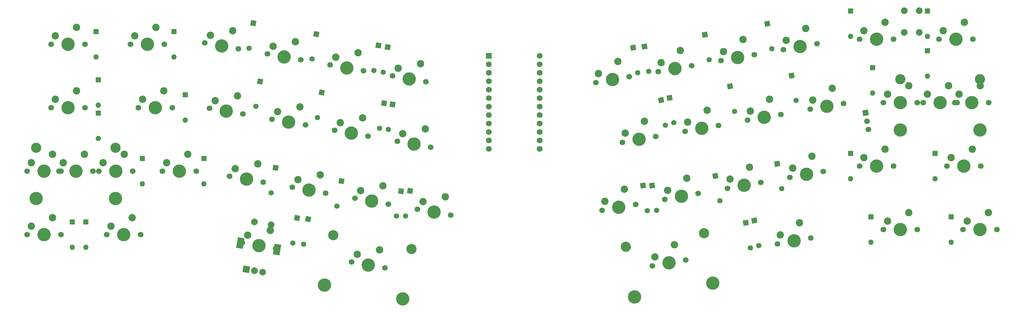
<source format=gbs>
G04 #@! TF.GenerationSoftware,KiCad,Pcbnew,(6.0.7)*
G04 #@! TF.CreationDate,2022-12-13T23:16:33-05:00*
G04 #@! TF.ProjectId,alish40,616c6973-6834-4302-9e6b-696361645f70,rev?*
G04 #@! TF.SameCoordinates,Original*
G04 #@! TF.FileFunction,Soldermask,Bot*
G04 #@! TF.FilePolarity,Negative*
%FSLAX46Y46*%
G04 Gerber Fmt 4.6, Leading zero omitted, Abs format (unit mm)*
G04 Created by KiCad (PCBNEW (6.0.7)) date 2022-12-13 23:16:33*
%MOMM*%
%LPD*%
G01*
G04 APERTURE LIST*
G04 Aperture macros list*
%AMHorizOval*
0 Thick line with rounded ends*
0 $1 width*
0 $2 $3 position (X,Y) of the first rounded end (center of the circle)*
0 $4 $5 position (X,Y) of the second rounded end (center of the circle)*
0 Add line between two ends*
20,1,$1,$2,$3,$4,$5,0*
0 Add two circle primitives to create the rounded ends*
1,1,$1,$2,$3*
1,1,$1,$4,$5*%
%AMRotRect*
0 Rectangle, with rotation*
0 The origin of the aperture is its center*
0 $1 length*
0 $2 width*
0 $3 Rotation angle, in degrees counterclockwise*
0 Add horizontal line*
21,1,$1,$2,0,0,$3*%
G04 Aperture macros list end*
%ADD10C,4.000000*%
%ADD11C,1.700000*%
%ADD12C,2.200000*%
%ADD13R,1.752600X1.752600*%
%ADD14C,1.752600*%
%ADD15C,3.050000*%
%ADD16RotRect,3.200000X2.000000X80.000000*%
%ADD17RotRect,2.000000X2.000000X80.000000*%
%ADD18C,2.000000*%
%ADD19RotRect,1.600000X1.600000X260.000000*%
%ADD20HorizOval,1.600000X0.000000X0.000000X0.000000X0.000000X0*%
%ADD21R,1.600000X1.600000*%
%ADD22O,1.600000X1.600000*%
%ADD23RotRect,1.600000X1.600000X280.000000*%
%ADD24HorizOval,1.600000X0.000000X0.000000X0.000000X0.000000X0*%
%ADD25RotRect,1.700000X1.700000X190.000000*%
%ADD26HorizOval,1.700000X0.000000X0.000000X0.000000X0.000000X0*%
G04 APERTURE END LIST*
D10*
X306589546Y-128320776D03*
D11*
X301586723Y-129202908D03*
X311592369Y-127438643D03*
D12*
X308208825Y-122876886D03*
X302396362Y-126480964D03*
D11*
X292831780Y-130746641D03*
X282826134Y-132510906D03*
D10*
X287828957Y-131628774D03*
D12*
X289448236Y-126184884D03*
X283635773Y-129788962D03*
D11*
X72925231Y-146416596D03*
X83085231Y-146416596D03*
D10*
X78005231Y-146416596D03*
D12*
X80545231Y-141336596D03*
X74195231Y-143876596D03*
D11*
X116422731Y-108316597D03*
X106262731Y-108316597D03*
D10*
X111342731Y-108316597D03*
D12*
X113882731Y-103236597D03*
X107532731Y-105776597D03*
D11*
X183849326Y-118385452D03*
D10*
X188852150Y-119267585D03*
D11*
X193854973Y-120149718D03*
D12*
X192235694Y-114705828D03*
X185541098Y-116104574D03*
D10*
X101817731Y-146416595D03*
D11*
X106897731Y-146416595D03*
X96737731Y-146416595D03*
D12*
X104357731Y-141336595D03*
X98007731Y-143876595D03*
D10*
X250307783Y-138244771D03*
D11*
X245304960Y-139126903D03*
X255310606Y-137362638D03*
D12*
X251927062Y-132800881D03*
X246114599Y-136404959D03*
D11*
X137573209Y-110225726D03*
X127567562Y-108461460D03*
D10*
X132570386Y-109343593D03*
D12*
X135953930Y-104781836D03*
X129259334Y-106180582D03*
D11*
X322486250Y-125829998D03*
X332646250Y-125829998D03*
D10*
X327566250Y-125829998D03*
D12*
X330106250Y-120749998D03*
X323756250Y-123289998D03*
D11*
X133640024Y-128876077D03*
D10*
X138642848Y-129758210D03*
D11*
X143645671Y-130640343D03*
D12*
X142026392Y-125196453D03*
X135331796Y-126595199D03*
D10*
X151330977Y-112651591D03*
D11*
X146328153Y-111769458D03*
X156333800Y-113533724D03*
D12*
X154714521Y-108089834D03*
X148019925Y-109488580D03*
D10*
X358522501Y-144879999D03*
D11*
X353442501Y-144879999D03*
X363602501Y-144879999D03*
D12*
X361062501Y-139799999D03*
X354712501Y-142339999D03*
D10*
X149948827Y-93064006D03*
D11*
X154951650Y-93946139D03*
X144946003Y-92181873D03*
D12*
X153332371Y-88502249D03*
X146637775Y-89900995D03*
D11*
X103881000Y-89266597D03*
X114041000Y-89266597D03*
D10*
X108961000Y-89266597D03*
D12*
X111501000Y-84186597D03*
X105151000Y-86726597D03*
D11*
X261382902Y-116948049D03*
X251377256Y-118712314D03*
D10*
X256380079Y-117830182D03*
D12*
X257999358Y-112386292D03*
X252186895Y-115990370D03*
D11*
X299660874Y-90854733D03*
D10*
X304663697Y-89972601D03*
D11*
X309666520Y-89090468D03*
D12*
X306282976Y-84528711D03*
X300470513Y-88132789D03*
D11*
X339790000Y-106780000D03*
D10*
X334710000Y-106780000D03*
D11*
X329630000Y-106780000D03*
D12*
X337250000Y-101700000D03*
X330900000Y-104240000D03*
D10*
X334709999Y-144880000D03*
D11*
X329629999Y-144880000D03*
X339789999Y-144880000D03*
D12*
X337249999Y-139800000D03*
X330899999Y-142340000D03*
D11*
X253384756Y-99014462D03*
D10*
X248381933Y-99896595D03*
D11*
X243379110Y-100778727D03*
D12*
X250001212Y-94452705D03*
X244188749Y-98056783D03*
D11*
X189921791Y-138800070D03*
X199927438Y-140564336D03*
D10*
X194924615Y-139682203D03*
D12*
X198308159Y-135120446D03*
X191613563Y-136519192D03*
D11*
X270137843Y-115404317D03*
D10*
X275140666Y-114522185D03*
D11*
X280143489Y-113640052D03*
D12*
X276759945Y-109078295D03*
X270947482Y-112682373D03*
D13*
X211350000Y-92770687D03*
D14*
X211350000Y-95310687D03*
X211350000Y-97850687D03*
X211350000Y-100390687D03*
X211350000Y-102930687D03*
X211350000Y-105470687D03*
X211350000Y-108010687D03*
X211350000Y-110550687D03*
X211350000Y-113090687D03*
X211350000Y-115630687D03*
X211350000Y-118170687D03*
X211350000Y-120710687D03*
X226590000Y-120710687D03*
X226590000Y-118170687D03*
X226590000Y-115630687D03*
X226590000Y-113090687D03*
X226590000Y-110550687D03*
X226590000Y-108010687D03*
X226590000Y-105470687D03*
X226590000Y-102930687D03*
X226590000Y-100390687D03*
X226590000Y-97850687D03*
X226590000Y-95310687D03*
X226590000Y-92770687D03*
D15*
X75630230Y-120366596D03*
D10*
X75630230Y-135606596D03*
X87530230Y-127366596D03*
D11*
X82450230Y-127366596D03*
X92610230Y-127366596D03*
D15*
X99430230Y-120366596D03*
D10*
X99430230Y-135606596D03*
D12*
X90070230Y-122286596D03*
X83720230Y-124826596D03*
D10*
X187470001Y-99680000D03*
D11*
X192472824Y-100562133D03*
X182467177Y-98797867D03*
D12*
X190853545Y-95118243D03*
X184158949Y-96516989D03*
D11*
X162406266Y-133948341D03*
D10*
X157403443Y-133066208D03*
D11*
X152400619Y-132184075D03*
D12*
X160786987Y-128504451D03*
X154092391Y-129903197D03*
D10*
X312661841Y-107906188D03*
D11*
X317664664Y-107024055D03*
X307659018Y-108788320D03*
D12*
X314281120Y-102462298D03*
X308468657Y-106066376D03*
D11*
X274071193Y-134054639D03*
D10*
X269068370Y-134936772D03*
D11*
X264065547Y-135818904D03*
D12*
X270687649Y-129492882D03*
X264875186Y-133096960D03*
D11*
X163706589Y-95489866D03*
D10*
X168709413Y-96371999D03*
D11*
X173712236Y-97254132D03*
D12*
X172092957Y-91810242D03*
X165398361Y-93208988D03*
D10*
X293901256Y-111214187D03*
D11*
X288898433Y-112096319D03*
X298904079Y-110332054D03*
D12*
X295520535Y-105770297D03*
X289708072Y-109374375D03*
D10*
X131188236Y-89756006D03*
D11*
X136191059Y-90638139D03*
X126185412Y-88873873D03*
D12*
X134571780Y-85194249D03*
X127877184Y-86592995D03*
D11*
X165088735Y-115077455D03*
D10*
X170091559Y-115959588D03*
D11*
X175094382Y-116841721D03*
D12*
X173475103Y-111397831D03*
X166780507Y-112796577D03*
D11*
X272145346Y-95706463D03*
X262139700Y-97470728D03*
D10*
X267142523Y-96588596D03*
D12*
X268761802Y-91144706D03*
X262949339Y-94748784D03*
D16*
X136822118Y-148938909D03*
X147851964Y-150883769D03*
D17*
X138572660Y-156863277D03*
D18*
X143496699Y-157731518D03*
X141034680Y-157297397D03*
X146014598Y-143451805D03*
X141090559Y-142583564D03*
D11*
X280900288Y-94162731D03*
D10*
X285903111Y-93280599D03*
D11*
X290905934Y-92398466D03*
D12*
X287522390Y-87836709D03*
X281709927Y-91440787D03*
D11*
X90228981Y-89266597D03*
X80068981Y-89266597D03*
D10*
X85148981Y-89266597D03*
D12*
X87688981Y-84186597D03*
X81338981Y-86726597D03*
D10*
X302862322Y-148321863D03*
D11*
X297859499Y-149203995D03*
X307865145Y-147439730D03*
D12*
X304481601Y-142877973D03*
X298669138Y-146482051D03*
D15*
X164697430Y-146588227D03*
D11*
X180203928Y-156430428D03*
D15*
X188135854Y-150721054D03*
D11*
X170198281Y-154666162D03*
D10*
X175201105Y-155548295D03*
X185489456Y-165729524D03*
X162051031Y-161596698D03*
D12*
X178584649Y-150986538D03*
X171890053Y-152385284D03*
D11*
X72925231Y-127366596D03*
X83085231Y-127366596D03*
D10*
X78005231Y-127366596D03*
D12*
X80545231Y-122286596D03*
X74195231Y-124826596D03*
D11*
X270343970Y-154055725D03*
D10*
X255052796Y-165119087D03*
X265341147Y-154937858D03*
X278491220Y-160986260D03*
D15*
X252406398Y-150110617D03*
X275844822Y-145977790D03*
D11*
X260338324Y-155819990D03*
D12*
X266960426Y-149493968D03*
X261147963Y-153098046D03*
D10*
X99436481Y-127366597D03*
D11*
X104516481Y-127366597D03*
X94356481Y-127366597D03*
D12*
X101976481Y-122286597D03*
X95626481Y-124826597D03*
D11*
X356458751Y-87729999D03*
X346298751Y-87729999D03*
D10*
X351378751Y-87729999D03*
D12*
X353918751Y-82649999D03*
X347568751Y-85189999D03*
D11*
X147372901Y-150641429D03*
D10*
X142370078Y-149759296D03*
D11*
X137367254Y-148877163D03*
D12*
X145753622Y-145197539D03*
X139059026Y-146596285D03*
D11*
X351696250Y-106780000D03*
X341536250Y-106780000D03*
D15*
X334716250Y-99780000D03*
D10*
X334716250Y-115020000D03*
D15*
X358516250Y-99780000D03*
D10*
X346616250Y-106780000D03*
X358516250Y-115020000D03*
D12*
X349156250Y-101700000D03*
X342806250Y-104240000D03*
D11*
X332646252Y-87730002D03*
D10*
X327566252Y-87730002D03*
D11*
X322486252Y-87730002D03*
D12*
X330106252Y-82650002D03*
X323756252Y-85190002D03*
D11*
X361221249Y-106780001D03*
X351061249Y-106780001D03*
D10*
X356141249Y-106780001D03*
D12*
X358681249Y-101700001D03*
X352331249Y-104240001D03*
D11*
X171161203Y-135492073D03*
D10*
X176164027Y-136374206D03*
D11*
X181166850Y-137256339D03*
D12*
X179547571Y-131812449D03*
X172852975Y-133211195D03*
D11*
X90228981Y-108316597D03*
X80068981Y-108316597D03*
D10*
X85148981Y-108316597D03*
D12*
X87688981Y-103236597D03*
X81338981Y-105776597D03*
D11*
X358840000Y-125830001D03*
D10*
X353760000Y-125830001D03*
D11*
X348680000Y-125830001D03*
D12*
X356300000Y-120750001D03*
X349950000Y-123290001D03*
D11*
X123566481Y-127366599D03*
D10*
X118486481Y-127366599D03*
D11*
X113406481Y-127366599D03*
D12*
X121026481Y-122286599D03*
X114676481Y-124826599D03*
D19*
X153870000Y-141470000D03*
D20*
X152546801Y-148974235D03*
D21*
X94240000Y-99970000D03*
D22*
X94240000Y-107590000D03*
D23*
X254630000Y-90300000D03*
D24*
X255953199Y-97804235D03*
D21*
X94200000Y-109900000D03*
D22*
X94200000Y-117520000D03*
D23*
X276068401Y-86437883D03*
D24*
X277391600Y-93942118D03*
D21*
X125910000Y-123556599D03*
D22*
X125910000Y-131176599D03*
D21*
X326400000Y-96300000D03*
D22*
X326400000Y-103920000D03*
D19*
X178221600Y-89617883D03*
D20*
X176898401Y-97122118D03*
D21*
X345120000Y-122020001D03*
D22*
X345120000Y-129640001D03*
D19*
X142781600Y-100417883D03*
D20*
X141458401Y-107922118D03*
D19*
X179871600Y-106987883D03*
D20*
X178548401Y-114492118D03*
D21*
X93580000Y-85456597D03*
D22*
X93580000Y-93076597D03*
D23*
X297768401Y-125157883D03*
D24*
X299091600Y-132662118D03*
D19*
X182481600Y-107347883D03*
D20*
X181158401Y-114852118D03*
D21*
X325900000Y-141070000D03*
D22*
X325900000Y-148690000D03*
D18*
X340380000Y-85730000D03*
X340380000Y-79230000D03*
X335880000Y-85730000D03*
X335880000Y-79230000D03*
D23*
X288375000Y-142900000D03*
D24*
X289698199Y-150404235D03*
D21*
X342800000Y-79280000D03*
D22*
X342800000Y-86900000D03*
D21*
X120270000Y-104430000D03*
D22*
X120270000Y-112050000D03*
D23*
X279218401Y-128787883D03*
D24*
X280541600Y-136292118D03*
D21*
X342790000Y-91230000D03*
D22*
X342790000Y-98850000D03*
D21*
X107410000Y-123556597D03*
D22*
X107410000Y-131176597D03*
D23*
X290950000Y-142225000D03*
D24*
X292273199Y-149729235D03*
D23*
X283640000Y-101900000D03*
D24*
X284963199Y-109404235D03*
D21*
X319800000Y-79260000D03*
D22*
X319800000Y-86880000D03*
D21*
X319780000Y-122019998D03*
D22*
X319780000Y-129639998D03*
D19*
X180971600Y-90117883D03*
D20*
X179648401Y-97622118D03*
D19*
X157141600Y-141787883D03*
D20*
X155818401Y-149292118D03*
D21*
X116950000Y-85456597D03*
D22*
X116950000Y-93076597D03*
D21*
X349910000Y-141069999D03*
D22*
X349910000Y-148689999D03*
D25*
X324260000Y-109880000D03*
D26*
X324701066Y-112381412D03*
X325142133Y-114882823D03*
D23*
X260278401Y-131667883D03*
D24*
X261601600Y-139172118D03*
D23*
X294811448Y-83130483D03*
D24*
X296134647Y-90634718D03*
D19*
X159631600Y-86197883D03*
D20*
X158308401Y-93702118D03*
D23*
X257940000Y-89930000D03*
D24*
X259263199Y-97434235D03*
D19*
X184950000Y-133380000D03*
D20*
X183626801Y-140884235D03*
D19*
X161211600Y-103797883D03*
D20*
X159888401Y-111302118D03*
D23*
X262950000Y-106050000D03*
D24*
X264273199Y-113554235D03*
D21*
X90525000Y-142606595D03*
D22*
X90525000Y-150226595D03*
D19*
X167120000Y-130347883D03*
D20*
X165796801Y-137852118D03*
D21*
X86475000Y-142606596D03*
D22*
X86475000Y-150226596D03*
D19*
X187661600Y-133347883D03*
D20*
X186338401Y-140852118D03*
D23*
X257538401Y-131717883D03*
D24*
X258861600Y-139222118D03*
D23*
X302110000Y-98640000D03*
D24*
X303433199Y-106144235D03*
D23*
X265480000Y-105330000D03*
D24*
X266803199Y-112834235D03*
D19*
X147381600Y-126367883D03*
D20*
X146058401Y-133872118D03*
D19*
X140751600Y-82937883D03*
D20*
X139428401Y-90442118D03*
M02*

</source>
